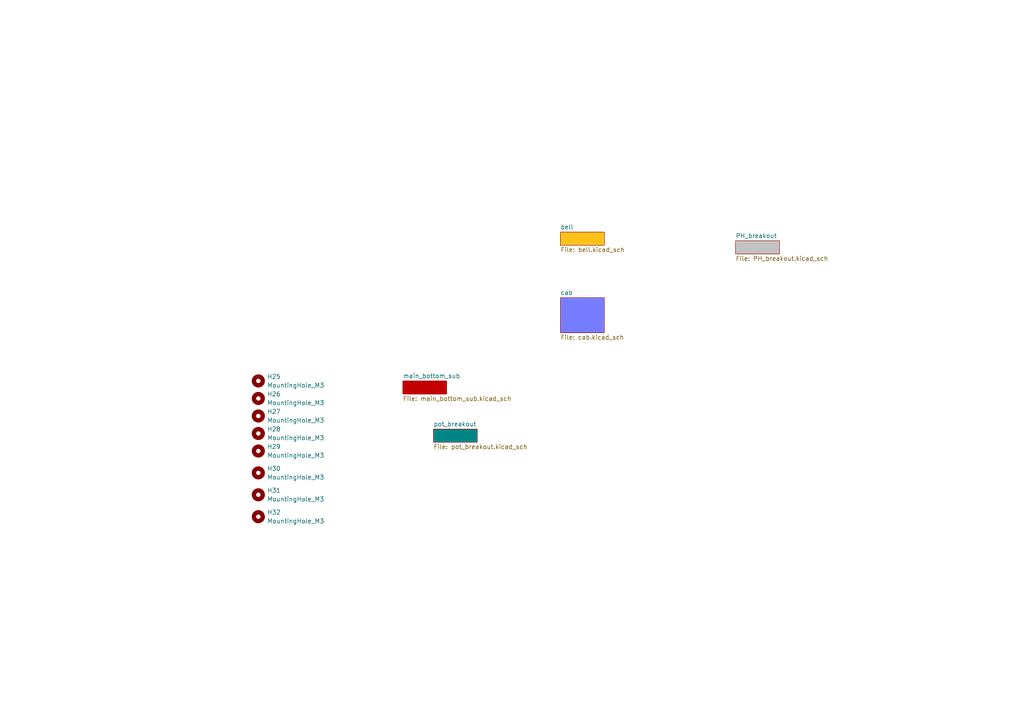
<source format=kicad_sch>
(kicad_sch (version 20211123) (generator eeschema)
  (paper "A4")
  (lib_symbols
    (symbol "Mechanical:MountingHole" (pin_names (offset 1.016))
      (property "Reference" "H" (at 0 5.08 0))
      (property "Value" "MountingHole" (at 0 3.175 0))
      (symbol "MountingHole_0_1"
        (circle (center 0 0) (radius 1.27) (stroke (width 1.27)))
      )
    )
    (symbol "clarinoid2:Placeholder" (in_bom no)
      (property "Reference" "U" (at 0 0 0))
      (property "Value" "Placeholder" (at 0 -1.27 0))
      (symbol "Placeholder_0_1"
        (rectangle (start -8.89 2.54) (end 8.89 -5.08) (fill (type background)))
      )
    )
  )
  (symbol (lib_id "clarinoid2:Placeholder") (at 240.03 228.6 0) (unit 1) (in_bom no)
    (property "Reference" "U39" (at 250.19 228.5999 0) (effects (justify left)))
    (property "Value" "mousebite2mm" (at 250.19 231.1399 0) (effects (justify left)))
    (property "Footprint" "clarinoid2:mouse-bite-2mm-slot" (effects hide))
  )
  (symbol (lib_id "clarinoid2:Placeholder") (at 199.39 247.65 0) (unit 1) (in_bom no)
    (property "Reference" "U31" (at 209.55 247.6499 0) (effects (justify left)))
    (property "Value" "mousebite2mm" (at 209.55 250.1899 0) (effects (justify left)))
    (property "Footprint" "clarinoid2:mouse-bite-2mm-slot" (effects hide))
  )
  (symbol (lib_id "clarinoid2:Placeholder") (at 274.6071 248.9354 0) (unit 1) (in_bom no)
    (property "Reference" "U36" (at 284.7671 248.9353 0) (effects (justify left)))
    (property "Value" "mousebite2mm" (at 284.7671 251.4753 0) (effects (justify left)))
    (property "Footprint" "clarinoid2:mouse-bite-2mm-slot" (effects hide))
  )
  (symbol (lib_id "clarinoid2:Placeholder") (at 204.47 233.68 0) (unit 1) (in_bom no)
    (property "Reference" "U38" (at 214.63 233.6799 0) (effects (justify left)))
    (property "Value" "mousebite2mm" (at 214.63 236.2199 0) (effects (justify left)))
    (property "Footprint" "clarinoid2:mouse-bite-2mm-slot" (effects hide))
  )
  (symbol (lib_id "clarinoid2:Placeholder") (at 161.29 246.38 0) (unit 1) (in_bom no)
    (property "Reference" "U28" (at 171.45 246.3799 0) (effects (justify left)))
    (property "Value" "mousebite2mm" (at 171.45 248.9199 0) (effects (justify left)))
    (property "Footprint" "clarinoid2:mouse-bite-2mm-slot" (effects hide))
  )
  (symbol (lib_id "clarinoid2:Placeholder") (at 160.0509 255.3075 0) (unit 1) (in_bom no)
    (property "Reference" "U27" (at 170.2109 255.3074 0) (effects (justify left)))
    (property "Value" "mousebite2mm" (at 170.2109 257.8474 0) (effects (justify left)))
    (property "Footprint" "clarinoid2:mouse-bite-2mm-slot" (effects hide))
  )
  (symbol (lib_id "Mechanical:MountingHole") (at 74.93 125.73 0) (unit 1) (in_bom no)
    (property "Reference" "H28" (at 77.47 124.4599 0) (effects (justify left)))
    (property "Value" "MountingHole_M3" (at 77.47 126.9999 0) (effects (justify left)))
    (property "Footprint" "MountingHole:MountingHole_3.2mm_M3" (effects hide))
  )
  (symbol (lib_id "clarinoid2:Placeholder") (at 159.0371 265.4454 0) (unit 1) (in_bom no)
    (property "Reference" "U26" (at 169.1971 265.4453 0) (effects (justify left)))
    (property "Value" "mousebite2mm" (at 169.1971 267.9853 0) (effects (justify left)))
    (property "Footprint" "clarinoid2:mouse-bite-2mm-slot" (effects hide))
  )
  (symbol (lib_id "Mechanical:MountingHole") (at 74.93 115.57 0) (unit 1) (in_bom no)
    (property "Reference" "H26" (at 77.47 114.2999 0) (effects (justify left)))
    (property "Value" "MountingHole_M3" (at 77.47 116.8399 0) (effects (justify left)))
    (property "Footprint" "MountingHole:MountingHole_3.2mm_M3" (effects hide))
  )
  (symbol (lib_id "clarinoid2:Placeholder") (at 278.4171 261.6354 0) (unit 1) (in_bom no)
    (property "Reference" "U37" (at 288.5771 261.6353 0) (effects (justify left)))
    (property "Value" "mousebite2mm" (at 288.5771 264.1753 0) (effects (justify left)))
    (property "Footprint" "clarinoid2:mouse-bite-2mm-slot" (effects hide))
  )
  (symbol (lib_id "Mechanical:MountingHole") (at 74.93 130.81 0) (unit 1) (in_bom no)
    (property "Reference" "H29" (at 77.47 129.5399 0) (effects (justify left)))
    (property "Value" "MountingHole_M3" (at 77.47 132.0799 0) (effects (justify left)))
    (property "Footprint" "MountingHole:MountingHole_3.2mm_M3" (effects hide))
  )
  (symbol (lib_id "clarinoid2:Placeholder") (at 239.0471 264.1754 0) (unit 1) (in_bom no)
    (property "Reference" "U34" (at 249.2071 264.1753 0) (effects (justify left)))
    (property "Value" "mousebite2mm" (at 249.2071 266.7153 0) (effects (justify left)))
    (property "Footprint" "clarinoid2:mouse-bite-2mm-slot" (effects hide))
  )
  (symbol (lib_id "Mechanical:MountingHole") (at 74.93 137.16 0) (unit 1) (in_bom no)
    (property "Reference" "H30" (at 77.47 135.8899 0) (effects (justify left)))
    (property "Value" "MountingHole_M3" (at 77.47 138.4299 0) (effects (justify left)))
    (property "Footprint" "MountingHole:MountingHole_3.2mm_M3" (effects hide))
  )
  (symbol (lib_id "Mechanical:MountingHole") (at 74.93 120.65 0) (unit 1) (in_bom no)
    (property "Reference" "H27" (at 77.47 119.3799 0) (effects (justify left)))
    (property "Value" "MountingHole_M3" (at 77.47 121.9199 0) (effects (justify left)))
    (property "Footprint" "MountingHole:MountingHole_3.2mm_M3" (effects hide))
  )
  (symbol (lib_id "Mechanical:MountingHole") (at 74.93 110.49 0) (unit 1) (in_bom no)
    (property "Reference" "H25" (at 77.47 109.2199 0) (effects (justify left)))
    (property "Value" "MountingHole_M3" (at 77.47 111.7599 0) (effects (justify left)))
    (property "Footprint" "MountingHole:MountingHole_3.2mm_M3" (effects hide))
  )
  (symbol (lib_id "clarinoid2:Placeholder") (at 163.83 231.14 0) (unit 1) (in_bom no)
    (property "Reference" "U29" (at 173.99 231.1399 0) (effects (justify left)))
    (property "Value" "mousebite2mm" (at 173.99 233.6799 0) (effects (justify left)))
    (property "Footprint" "clarinoid2:mouse-bite-2mm-slot" (effects hide))
  )
  (symbol (lib_id "clarinoid2:Placeholder") (at 195.58 260.35 0) (unit 1) (in_bom no)
    (property "Reference" "U30" (at 205.74 260.3499 0) (effects (justify left)))
    (property "Value" "mousebite2mm" (at 205.74 262.8899 0) (effects (justify left)))
    (property "Footprint" "clarinoid2:mouse-bite-2mm-slot" (effects hide))
  )
  (symbol (lib_id "Mechanical:MountingHole") (at 74.93 149.86 0) (unit 1) (in_bom no)
    (property "Reference" "H32" (at 77.47 148.5899 0) (effects (justify left)))
    (property "Value" "MountingHole_M3" (at 77.47 151.1299 0) (effects (justify left)))
    (property "Footprint" "MountingHole:MountingHole_3.2mm_M3" (effects hide))
  )
  (symbol (lib_id "clarinoid2:Placeholder") (at 237.7771 251.4754 0) (unit 1) (in_bom no)
    (property "Reference" "U32" (at 247.9371 251.4753 0) (effects (justify left)))
    (property "Value" "mousebite2mm" (at 247.9371 254.0153 0) (effects (justify left)))
    (property "Footprint" "clarinoid2:mouse-bite-2mm-slot" (effects hide))
  )
  (symbol (lib_id "clarinoid2:Placeholder") (at 274.6071 236.2354 0) (unit 1) (in_bom no)
    (property "Reference" "U35" (at 273.3371 228.6154 0) (effects (justify left)))
    (property "Value" "mousebite2mm" (at 284.7671 238.7753 0) (effects (justify left)))
    (property "Footprint" "clarinoid2:mouse-bite-2mm-slot" (effects hide))
  )
  (symbol (lib_id "clarinoid2:Placeholder") (at 239.0471 240.0454 0) (unit 1) (in_bom no)
    (property "Reference" "U33" (at 249.2071 240.0453 0) (effects (justify left)))
    (property "Value" "mousebite2mm" (at 249.2071 242.5853 0) (effects (justify left)))
    (property "Footprint" "clarinoid2:mouse-bite-2mm-slot" (effects hide))
  )
  (symbol (lib_id "Mechanical:MountingHole") (at 74.93 143.51 0) (unit 1) (in_bom no)
    (property "Reference" "H31" (at 77.47 142.2399 0) (effects (justify left)))
    (property "Value" "MountingHole_M3" (at 77.47 144.7799 0) (effects (justify left)))
    (property "Footprint" "MountingHole:MountingHole_3.2mm_M3" (effects hide))
  )
  (sheet (at 125.73 124.46) (size 12.7 3.81) (stroke (width 0.1524)) (fill (color 0 132 132 1.0000))
    (property "Sheet name" "pot_breakout" (at 125.73 123.7484 0) (effects (justify left bottom)))
    (property "Sheet file" "pot_breakout.kicad_sch" (at 125.73 128.8546 0) (effects (justify left top)))
  )
  (sheet (at 116.84 110.49) (size 12.7 3.81) (stroke (width 0.1524)) (fill (color 194 0 0 1.0000))
    (property "Sheet name" "main_bottom_sub" (at 116.84 109.7784 0) (effects (justify left bottom)))
    (property "Sheet file" "main_bottom_sub.kicad_sch" (at 116.84 114.8846 0) (effects (justify left top)))
  )
  (sheet (at 162.56 67.31) (size 12.7 3.81) (stroke (width 0.1524)) (fill (color 255 194 25 1.0000))
    (property "Sheet name" "bell" (at 162.56 66.5984 0) (effects (justify left bottom)))
    (property "Sheet file" "bell.kicad_sch" (at 162.56 71.7046 0) (effects (justify left top)))
  )
  (sheet (at 162.56 86.36) (size 12.7 10.16) (stroke (width 0.1524)) (fill (color 118 124 255 1.0000))
    (property "Sheet name" "cab" (at 162.56 85.6484 0) (effects (justify left bottom)))
    (property "Sheet file" "cab.kicad_sch" (at 162.56 97.1046 0) (effects (justify left top)))
  )
  (sheet (at 213.36 69.85) (size 12.7 3.81) (stroke (width 0.1524)) (fill (color 194 194 194 1.0000))
    (property "Sheet name" "PH_breakout" (at 213.36 69.1384 0) (effects (justify left bottom)))
    (property "Sheet file" "PH_breakout.kicad_sch" (at 213.36 74.2446 0) (effects (justify left top)))
  )
)
</source>
